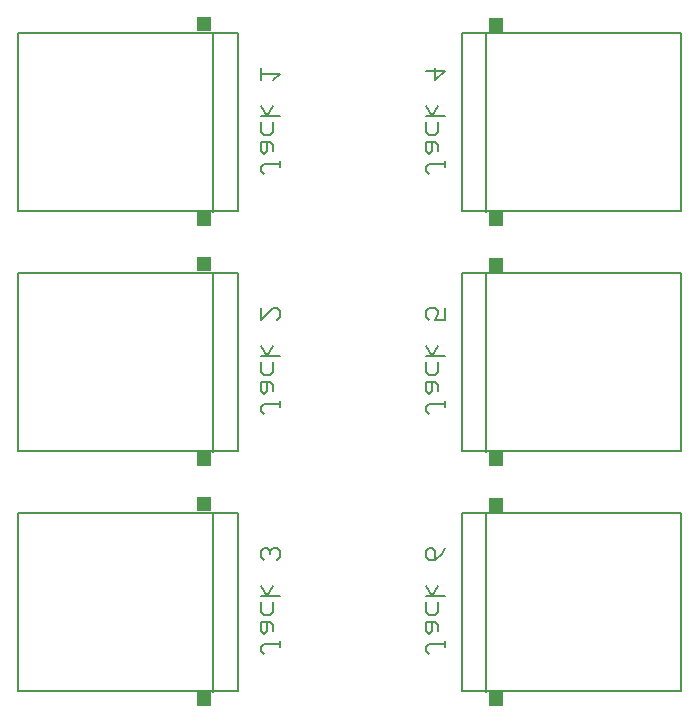
<source format=gbo>
G75*
%MOIN*%
%OFA0B0*%
%FSLAX24Y24*%
%IPPOS*%
%LPD*%
%AMOC8*
5,1,8,0,0,1.08239X$1,22.5*
%
%ADD10C,0.0060*%
%ADD11C,0.0080*%
%ADD12R,0.0450X0.0502*%
%ADD13R,0.0450X0.0492*%
%ADD14C,0.0050*%
D10*
X011930Y003160D02*
X011930Y003267D01*
X012037Y003374D01*
X012571Y003374D01*
X012571Y003480D02*
X012571Y003267D01*
X012037Y003053D02*
X011930Y003160D01*
X012037Y003698D02*
X011930Y003805D01*
X011930Y004125D01*
X012250Y004125D01*
X012357Y004018D01*
X012357Y003805D01*
X012144Y003805D02*
X012144Y004125D01*
X012250Y004343D02*
X012037Y004343D01*
X011930Y004449D01*
X011930Y004770D01*
X011930Y004987D02*
X012571Y004987D01*
X012357Y004770D02*
X012357Y004449D01*
X012250Y004343D01*
X012144Y003805D02*
X012037Y003698D01*
X012144Y004987D02*
X012357Y005307D01*
X012144Y004987D02*
X011930Y005307D01*
X012037Y006169D02*
X011930Y006276D01*
X011930Y006489D01*
X012037Y006596D01*
X012144Y006596D01*
X012250Y006489D01*
X012250Y006382D01*
X012250Y006489D02*
X012357Y006596D01*
X012464Y006596D01*
X012571Y006489D01*
X012571Y006276D01*
X012464Y006169D01*
X017430Y006276D02*
X017430Y006489D01*
X017537Y006596D01*
X017644Y006596D01*
X017750Y006489D01*
X017750Y006169D01*
X017537Y006169D01*
X017430Y006276D01*
X017750Y006169D02*
X017964Y006382D01*
X018071Y006596D01*
X017857Y005307D02*
X017644Y004987D01*
X017430Y005307D01*
X017430Y004987D02*
X018071Y004987D01*
X017857Y004770D02*
X017857Y004449D01*
X017750Y004343D01*
X017537Y004343D01*
X017430Y004449D01*
X017430Y004770D01*
X017430Y004125D02*
X017430Y003805D01*
X017537Y003698D01*
X017644Y003805D01*
X017644Y004125D01*
X017750Y004125D02*
X017430Y004125D01*
X017750Y004125D02*
X017857Y004018D01*
X017857Y003805D01*
X018071Y003480D02*
X018071Y003267D01*
X018071Y003374D02*
X017537Y003374D01*
X017430Y003267D01*
X017430Y003160D01*
X017537Y003053D01*
X017537Y011053D02*
X017430Y011160D01*
X017430Y011267D01*
X017537Y011374D01*
X018071Y011374D01*
X018071Y011480D02*
X018071Y011267D01*
X017857Y011805D02*
X017857Y012018D01*
X017750Y012125D01*
X017430Y012125D01*
X017430Y011805D01*
X017537Y011698D01*
X017644Y011805D01*
X017644Y012125D01*
X017750Y012343D02*
X017537Y012343D01*
X017430Y012449D01*
X017430Y012770D01*
X017430Y012987D02*
X018071Y012987D01*
X017857Y012770D02*
X017857Y012449D01*
X017750Y012343D01*
X017644Y012987D02*
X017857Y013307D01*
X017644Y012987D02*
X017430Y013307D01*
X017537Y014169D02*
X017430Y014276D01*
X017430Y014489D01*
X017537Y014596D01*
X017750Y014596D01*
X017857Y014489D01*
X017857Y014382D01*
X017750Y014169D01*
X018071Y014169D01*
X018071Y014596D01*
X017537Y019053D02*
X017430Y019160D01*
X017430Y019267D01*
X017537Y019374D01*
X018071Y019374D01*
X018071Y019480D02*
X018071Y019267D01*
X017857Y019805D02*
X017857Y020018D01*
X017750Y020125D01*
X017430Y020125D01*
X017430Y019805D01*
X017537Y019698D01*
X017644Y019805D01*
X017644Y020125D01*
X017750Y020343D02*
X017537Y020343D01*
X017430Y020449D01*
X017430Y020770D01*
X017430Y020987D02*
X018071Y020987D01*
X017857Y020770D02*
X017857Y020449D01*
X017750Y020343D01*
X017644Y020987D02*
X017857Y021307D01*
X017644Y020987D02*
X017430Y021307D01*
X017750Y022169D02*
X017750Y022596D01*
X017430Y022489D02*
X018071Y022489D01*
X017750Y022169D01*
X012571Y022382D02*
X012357Y022169D01*
X012571Y022382D02*
X011930Y022382D01*
X011930Y022169D02*
X011930Y022596D01*
X011930Y021307D02*
X012144Y020987D01*
X012357Y021307D01*
X012571Y020987D02*
X011930Y020987D01*
X011930Y020770D02*
X011930Y020449D01*
X012037Y020343D01*
X012250Y020343D01*
X012357Y020449D01*
X012357Y020770D01*
X012250Y020125D02*
X011930Y020125D01*
X011930Y019805D01*
X012037Y019698D01*
X012144Y019805D01*
X012144Y020125D01*
X012250Y020125D02*
X012357Y020018D01*
X012357Y019805D01*
X012571Y019480D02*
X012571Y019267D01*
X012571Y019374D02*
X012037Y019374D01*
X011930Y019267D01*
X011930Y019160D01*
X012037Y019053D01*
X011930Y014596D02*
X011930Y014169D01*
X012357Y014596D01*
X012464Y014596D01*
X012571Y014489D01*
X012571Y014276D01*
X012464Y014169D01*
X012357Y013307D02*
X012144Y012987D01*
X011930Y013307D01*
X011930Y012987D02*
X012571Y012987D01*
X012357Y012770D02*
X012357Y012449D01*
X012250Y012343D01*
X012037Y012343D01*
X011930Y012449D01*
X011930Y012770D01*
X011930Y012125D02*
X011930Y011805D01*
X012037Y011698D01*
X012144Y011805D01*
X012144Y012125D01*
X012250Y012125D02*
X011930Y012125D01*
X012250Y012125D02*
X012357Y012018D01*
X012357Y011805D01*
X012571Y011480D02*
X012571Y011267D01*
X012571Y011374D02*
X012037Y011374D01*
X011930Y011267D01*
X011930Y011160D01*
X012037Y011053D01*
D11*
X011164Y001820D02*
X003841Y001820D01*
X003841Y007747D01*
X011164Y007747D01*
X011164Y001820D01*
X018636Y001820D02*
X025959Y001820D01*
X025959Y007747D01*
X018636Y007747D01*
X018636Y001820D01*
X018636Y009820D02*
X025959Y009820D01*
X025959Y015747D01*
X018636Y015747D01*
X018636Y009820D01*
X011164Y009820D02*
X003841Y009820D01*
X003841Y015747D01*
X011164Y015747D01*
X011164Y009820D01*
X011164Y017820D02*
X003841Y017820D01*
X003841Y023747D01*
X011164Y023747D01*
X011164Y017820D01*
X018636Y017820D02*
X025959Y017820D01*
X025959Y023747D01*
X018636Y023747D01*
X018636Y017820D01*
D12*
X019766Y016026D03*
X019766Y008026D03*
X010034Y009540D03*
X010034Y017540D03*
X019766Y024026D03*
X010034Y001540D03*
D13*
X010034Y008031D03*
X010034Y016031D03*
X010034Y024031D03*
X019766Y017535D03*
X019766Y009535D03*
X019766Y001535D03*
D14*
X019450Y001783D02*
X019450Y007783D01*
X019450Y009783D02*
X019450Y015783D01*
X019450Y017783D02*
X019450Y023783D01*
X010350Y023783D02*
X010350Y017783D01*
X010350Y015783D02*
X010350Y009783D01*
X010350Y007783D02*
X010350Y001783D01*
M02*

</source>
